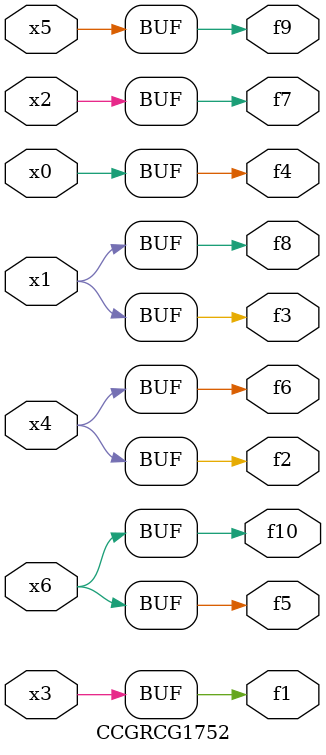
<source format=v>
module CCGRCG1752(
	input x0, x1, x2, x3, x4, x5, x6,
	output f1, f2, f3, f4, f5, f6, f7, f8, f9, f10
);
	assign f1 = x3;
	assign f2 = x4;
	assign f3 = x1;
	assign f4 = x0;
	assign f5 = x6;
	assign f6 = x4;
	assign f7 = x2;
	assign f8 = x1;
	assign f9 = x5;
	assign f10 = x6;
endmodule

</source>
